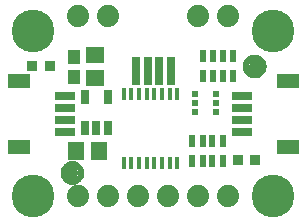
<source format=gbr>
G04 EAGLE Gerber RS-274X export*
G75*
%MOMM*%
%FSLAX34Y34*%
%LPD*%
%INSoldermask Top*%
%IPPOS*%
%AMOC8*
5,1,8,0,0,1.08239X$1,22.5*%
G01*
%ADD10R,1.341600X1.601600*%
%ADD11R,0.651600X1.301600*%
%ADD12R,1.601600X1.341600*%
%ADD13R,1.101600X1.176600*%
%ADD14R,0.551600X1.001600*%
%ADD15R,0.601600X0.601600*%
%ADD16R,0.601600X0.501600*%
%ADD17C,1.879600*%
%ADD18C,3.617600*%
%ADD19R,1.651600X0.701600*%
%ADD20R,1.901600X1.301600*%
%ADD21C,1.101600*%
%ADD22C,0.469900*%
%ADD23R,0.901600X0.901600*%
%ADD24R,0.406400X1.092200*%
%ADD25R,0.701600X2.401600*%


D10*
X61620Y63500D03*
X80620Y63500D03*
D11*
X69240Y83519D03*
X78740Y83519D03*
X88240Y83519D03*
X88240Y109521D03*
X69240Y109521D03*
D12*
X77470Y125755D03*
X77470Y144755D03*
D13*
X59690Y126120D03*
X59690Y143120D03*
D14*
X194610Y127390D03*
X194610Y144390D03*
X185610Y127390D03*
X177610Y127390D03*
X168610Y127390D03*
X168610Y144390D03*
X185610Y144390D03*
X177610Y144390D03*
D15*
X179815Y96640D03*
D16*
X179815Y104140D03*
D15*
X179815Y111640D03*
X161815Y111640D03*
D16*
X161815Y104140D03*
D15*
X161815Y96640D03*
D17*
X63500Y25400D03*
X88900Y25400D03*
X114300Y25400D03*
X139700Y25400D03*
X165100Y25400D03*
X190500Y25400D03*
D18*
X25400Y165100D03*
X228600Y165100D03*
D19*
X202190Y90250D03*
X202190Y100250D03*
X202190Y80250D03*
X202190Y110250D03*
D20*
X241190Y67250D03*
X241190Y123250D03*
D19*
X51810Y100250D03*
X51810Y90250D03*
X51810Y110250D03*
X51810Y80250D03*
D20*
X12810Y123250D03*
X12810Y67250D03*
D21*
X58420Y45085D03*
D22*
X58420Y52585D02*
X58239Y52583D01*
X58058Y52576D01*
X57877Y52565D01*
X57696Y52550D01*
X57516Y52530D01*
X57336Y52506D01*
X57157Y52478D01*
X56979Y52445D01*
X56802Y52408D01*
X56625Y52367D01*
X56450Y52322D01*
X56275Y52272D01*
X56102Y52218D01*
X55931Y52160D01*
X55760Y52098D01*
X55592Y52031D01*
X55425Y51961D01*
X55259Y51887D01*
X55096Y51808D01*
X54935Y51726D01*
X54775Y51640D01*
X54618Y51550D01*
X54463Y51456D01*
X54310Y51359D01*
X54160Y51257D01*
X54012Y51153D01*
X53866Y51044D01*
X53724Y50933D01*
X53584Y50817D01*
X53447Y50699D01*
X53312Y50577D01*
X53181Y50452D01*
X53053Y50324D01*
X52928Y50193D01*
X52806Y50058D01*
X52688Y49921D01*
X52572Y49781D01*
X52461Y49639D01*
X52352Y49493D01*
X52248Y49345D01*
X52146Y49195D01*
X52049Y49042D01*
X51955Y48887D01*
X51865Y48730D01*
X51779Y48570D01*
X51697Y48409D01*
X51618Y48246D01*
X51544Y48080D01*
X51474Y47913D01*
X51407Y47745D01*
X51345Y47574D01*
X51287Y47403D01*
X51233Y47230D01*
X51183Y47055D01*
X51138Y46880D01*
X51097Y46703D01*
X51060Y46526D01*
X51027Y46348D01*
X50999Y46169D01*
X50975Y45989D01*
X50955Y45809D01*
X50940Y45628D01*
X50929Y45447D01*
X50922Y45266D01*
X50920Y45085D01*
X58420Y52585D02*
X58601Y52583D01*
X58782Y52576D01*
X58963Y52565D01*
X59144Y52550D01*
X59324Y52530D01*
X59504Y52506D01*
X59683Y52478D01*
X59861Y52445D01*
X60038Y52408D01*
X60215Y52367D01*
X60390Y52322D01*
X60565Y52272D01*
X60738Y52218D01*
X60909Y52160D01*
X61080Y52098D01*
X61248Y52031D01*
X61415Y51961D01*
X61581Y51887D01*
X61744Y51808D01*
X61905Y51726D01*
X62065Y51640D01*
X62222Y51550D01*
X62377Y51456D01*
X62530Y51359D01*
X62680Y51257D01*
X62828Y51153D01*
X62974Y51044D01*
X63116Y50933D01*
X63256Y50817D01*
X63393Y50699D01*
X63528Y50577D01*
X63659Y50452D01*
X63787Y50324D01*
X63912Y50193D01*
X64034Y50058D01*
X64152Y49921D01*
X64268Y49781D01*
X64379Y49639D01*
X64488Y49493D01*
X64592Y49345D01*
X64694Y49195D01*
X64791Y49042D01*
X64885Y48887D01*
X64975Y48730D01*
X65061Y48570D01*
X65143Y48409D01*
X65222Y48246D01*
X65296Y48080D01*
X65366Y47913D01*
X65433Y47745D01*
X65495Y47574D01*
X65553Y47403D01*
X65607Y47230D01*
X65657Y47055D01*
X65702Y46880D01*
X65743Y46703D01*
X65780Y46526D01*
X65813Y46348D01*
X65841Y46169D01*
X65865Y45989D01*
X65885Y45809D01*
X65900Y45628D01*
X65911Y45447D01*
X65918Y45266D01*
X65920Y45085D01*
X65918Y44904D01*
X65911Y44723D01*
X65900Y44542D01*
X65885Y44361D01*
X65865Y44181D01*
X65841Y44001D01*
X65813Y43822D01*
X65780Y43644D01*
X65743Y43467D01*
X65702Y43290D01*
X65657Y43115D01*
X65607Y42940D01*
X65553Y42767D01*
X65495Y42596D01*
X65433Y42425D01*
X65366Y42257D01*
X65296Y42090D01*
X65222Y41924D01*
X65143Y41761D01*
X65061Y41600D01*
X64975Y41440D01*
X64885Y41283D01*
X64791Y41128D01*
X64694Y40975D01*
X64592Y40825D01*
X64488Y40677D01*
X64379Y40531D01*
X64268Y40389D01*
X64152Y40249D01*
X64034Y40112D01*
X63912Y39977D01*
X63787Y39846D01*
X63659Y39718D01*
X63528Y39593D01*
X63393Y39471D01*
X63256Y39353D01*
X63116Y39237D01*
X62974Y39126D01*
X62828Y39017D01*
X62680Y38913D01*
X62530Y38811D01*
X62377Y38714D01*
X62222Y38620D01*
X62065Y38530D01*
X61905Y38444D01*
X61744Y38362D01*
X61581Y38283D01*
X61415Y38209D01*
X61248Y38139D01*
X61080Y38072D01*
X60909Y38010D01*
X60738Y37952D01*
X60565Y37898D01*
X60390Y37848D01*
X60215Y37803D01*
X60038Y37762D01*
X59861Y37725D01*
X59683Y37692D01*
X59504Y37664D01*
X59324Y37640D01*
X59144Y37620D01*
X58963Y37605D01*
X58782Y37594D01*
X58601Y37587D01*
X58420Y37585D01*
X58239Y37587D01*
X58058Y37594D01*
X57877Y37605D01*
X57696Y37620D01*
X57516Y37640D01*
X57336Y37664D01*
X57157Y37692D01*
X56979Y37725D01*
X56802Y37762D01*
X56625Y37803D01*
X56450Y37848D01*
X56275Y37898D01*
X56102Y37952D01*
X55931Y38010D01*
X55760Y38072D01*
X55592Y38139D01*
X55425Y38209D01*
X55259Y38283D01*
X55096Y38362D01*
X54935Y38444D01*
X54775Y38530D01*
X54618Y38620D01*
X54463Y38714D01*
X54310Y38811D01*
X54160Y38913D01*
X54012Y39017D01*
X53866Y39126D01*
X53724Y39237D01*
X53584Y39353D01*
X53447Y39471D01*
X53312Y39593D01*
X53181Y39718D01*
X53053Y39846D01*
X52928Y39977D01*
X52806Y40112D01*
X52688Y40249D01*
X52572Y40389D01*
X52461Y40531D01*
X52352Y40677D01*
X52248Y40825D01*
X52146Y40975D01*
X52049Y41128D01*
X51955Y41283D01*
X51865Y41440D01*
X51779Y41600D01*
X51697Y41761D01*
X51618Y41924D01*
X51544Y42090D01*
X51474Y42257D01*
X51407Y42425D01*
X51345Y42596D01*
X51287Y42767D01*
X51233Y42940D01*
X51183Y43115D01*
X51138Y43290D01*
X51097Y43467D01*
X51060Y43644D01*
X51027Y43822D01*
X50999Y44001D01*
X50975Y44181D01*
X50955Y44361D01*
X50940Y44542D01*
X50929Y44723D01*
X50922Y44904D01*
X50920Y45085D01*
D21*
X212725Y135255D03*
D22*
X212725Y142755D02*
X212544Y142753D01*
X212363Y142746D01*
X212182Y142735D01*
X212001Y142720D01*
X211821Y142700D01*
X211641Y142676D01*
X211462Y142648D01*
X211284Y142615D01*
X211107Y142578D01*
X210930Y142537D01*
X210755Y142492D01*
X210580Y142442D01*
X210407Y142388D01*
X210236Y142330D01*
X210065Y142268D01*
X209897Y142201D01*
X209730Y142131D01*
X209564Y142057D01*
X209401Y141978D01*
X209240Y141896D01*
X209080Y141810D01*
X208923Y141720D01*
X208768Y141626D01*
X208615Y141529D01*
X208465Y141427D01*
X208317Y141323D01*
X208171Y141214D01*
X208029Y141103D01*
X207889Y140987D01*
X207752Y140869D01*
X207617Y140747D01*
X207486Y140622D01*
X207358Y140494D01*
X207233Y140363D01*
X207111Y140228D01*
X206993Y140091D01*
X206877Y139951D01*
X206766Y139809D01*
X206657Y139663D01*
X206553Y139515D01*
X206451Y139365D01*
X206354Y139212D01*
X206260Y139057D01*
X206170Y138900D01*
X206084Y138740D01*
X206002Y138579D01*
X205923Y138416D01*
X205849Y138250D01*
X205779Y138083D01*
X205712Y137915D01*
X205650Y137744D01*
X205592Y137573D01*
X205538Y137400D01*
X205488Y137225D01*
X205443Y137050D01*
X205402Y136873D01*
X205365Y136696D01*
X205332Y136518D01*
X205304Y136339D01*
X205280Y136159D01*
X205260Y135979D01*
X205245Y135798D01*
X205234Y135617D01*
X205227Y135436D01*
X205225Y135255D01*
X212725Y142755D02*
X212906Y142753D01*
X213087Y142746D01*
X213268Y142735D01*
X213449Y142720D01*
X213629Y142700D01*
X213809Y142676D01*
X213988Y142648D01*
X214166Y142615D01*
X214343Y142578D01*
X214520Y142537D01*
X214695Y142492D01*
X214870Y142442D01*
X215043Y142388D01*
X215214Y142330D01*
X215385Y142268D01*
X215553Y142201D01*
X215720Y142131D01*
X215886Y142057D01*
X216049Y141978D01*
X216210Y141896D01*
X216370Y141810D01*
X216527Y141720D01*
X216682Y141626D01*
X216835Y141529D01*
X216985Y141427D01*
X217133Y141323D01*
X217279Y141214D01*
X217421Y141103D01*
X217561Y140987D01*
X217698Y140869D01*
X217833Y140747D01*
X217964Y140622D01*
X218092Y140494D01*
X218217Y140363D01*
X218339Y140228D01*
X218457Y140091D01*
X218573Y139951D01*
X218684Y139809D01*
X218793Y139663D01*
X218897Y139515D01*
X218999Y139365D01*
X219096Y139212D01*
X219190Y139057D01*
X219280Y138900D01*
X219366Y138740D01*
X219448Y138579D01*
X219527Y138416D01*
X219601Y138250D01*
X219671Y138083D01*
X219738Y137915D01*
X219800Y137744D01*
X219858Y137573D01*
X219912Y137400D01*
X219962Y137225D01*
X220007Y137050D01*
X220048Y136873D01*
X220085Y136696D01*
X220118Y136518D01*
X220146Y136339D01*
X220170Y136159D01*
X220190Y135979D01*
X220205Y135798D01*
X220216Y135617D01*
X220223Y135436D01*
X220225Y135255D01*
X220223Y135074D01*
X220216Y134893D01*
X220205Y134712D01*
X220190Y134531D01*
X220170Y134351D01*
X220146Y134171D01*
X220118Y133992D01*
X220085Y133814D01*
X220048Y133637D01*
X220007Y133460D01*
X219962Y133285D01*
X219912Y133110D01*
X219858Y132937D01*
X219800Y132766D01*
X219738Y132595D01*
X219671Y132427D01*
X219601Y132260D01*
X219527Y132094D01*
X219448Y131931D01*
X219366Y131770D01*
X219280Y131610D01*
X219190Y131453D01*
X219096Y131298D01*
X218999Y131145D01*
X218897Y130995D01*
X218793Y130847D01*
X218684Y130701D01*
X218573Y130559D01*
X218457Y130419D01*
X218339Y130282D01*
X218217Y130147D01*
X218092Y130016D01*
X217964Y129888D01*
X217833Y129763D01*
X217698Y129641D01*
X217561Y129523D01*
X217421Y129407D01*
X217279Y129296D01*
X217133Y129187D01*
X216985Y129083D01*
X216835Y128981D01*
X216682Y128884D01*
X216527Y128790D01*
X216370Y128700D01*
X216210Y128614D01*
X216049Y128532D01*
X215886Y128453D01*
X215720Y128379D01*
X215553Y128309D01*
X215385Y128242D01*
X215214Y128180D01*
X215043Y128122D01*
X214870Y128068D01*
X214695Y128018D01*
X214520Y127973D01*
X214343Y127932D01*
X214166Y127895D01*
X213988Y127862D01*
X213809Y127834D01*
X213629Y127810D01*
X213449Y127790D01*
X213268Y127775D01*
X213087Y127764D01*
X212906Y127757D01*
X212725Y127755D01*
X212544Y127757D01*
X212363Y127764D01*
X212182Y127775D01*
X212001Y127790D01*
X211821Y127810D01*
X211641Y127834D01*
X211462Y127862D01*
X211284Y127895D01*
X211107Y127932D01*
X210930Y127973D01*
X210755Y128018D01*
X210580Y128068D01*
X210407Y128122D01*
X210236Y128180D01*
X210065Y128242D01*
X209897Y128309D01*
X209730Y128379D01*
X209564Y128453D01*
X209401Y128532D01*
X209240Y128614D01*
X209080Y128700D01*
X208923Y128790D01*
X208768Y128884D01*
X208615Y128981D01*
X208465Y129083D01*
X208317Y129187D01*
X208171Y129296D01*
X208029Y129407D01*
X207889Y129523D01*
X207752Y129641D01*
X207617Y129763D01*
X207486Y129888D01*
X207358Y130016D01*
X207233Y130147D01*
X207111Y130282D01*
X206993Y130419D01*
X206877Y130559D01*
X206766Y130701D01*
X206657Y130847D01*
X206553Y130995D01*
X206451Y131145D01*
X206354Y131298D01*
X206260Y131453D01*
X206170Y131610D01*
X206084Y131770D01*
X206002Y131931D01*
X205923Y132094D01*
X205849Y132260D01*
X205779Y132427D01*
X205712Y132595D01*
X205650Y132766D01*
X205592Y132937D01*
X205538Y133110D01*
X205488Y133285D01*
X205443Y133460D01*
X205402Y133637D01*
X205365Y133814D01*
X205332Y133992D01*
X205304Y134171D01*
X205280Y134351D01*
X205260Y134531D01*
X205245Y134712D01*
X205234Y134893D01*
X205227Y135074D01*
X205225Y135255D01*
D18*
X25400Y25400D03*
X228600Y25400D03*
D23*
X24250Y135890D03*
X39250Y135890D03*
D24*
X147210Y111728D03*
X140710Y111728D03*
X134210Y111728D03*
X127710Y111728D03*
X121210Y111728D03*
X114710Y111728D03*
X108210Y111728D03*
X101710Y111728D03*
X101710Y53372D03*
X108210Y53372D03*
X114710Y53372D03*
X121210Y53372D03*
X127710Y53372D03*
X134210Y53372D03*
X140710Y53372D03*
X147210Y53372D03*
D17*
X190500Y177800D03*
X165100Y177800D03*
X63500Y177800D03*
X88900Y177800D03*
D25*
X142000Y131780D03*
X132000Y131780D03*
X122000Y131780D03*
X112000Y131780D03*
D14*
X185720Y55000D03*
X185720Y72000D03*
X176720Y55000D03*
X168720Y55000D03*
X159720Y55000D03*
X159720Y72000D03*
X176720Y72000D03*
X168720Y72000D03*
D23*
X213240Y55880D03*
X198240Y55880D03*
M02*

</source>
